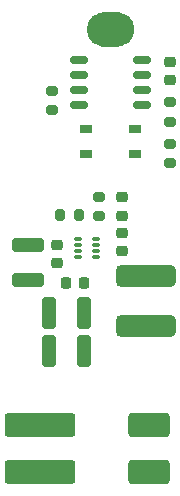
<source format=gbr>
G04 #@! TF.GenerationSoftware,KiCad,Pcbnew,8.0.8*
G04 #@! TF.CreationDate,2025-10-01T20:38:25-04:00*
G04 #@! TF.ProjectId,project-hw-2-18650,70726f6a-6563-4742-9d68-772d322d3138,rev?*
G04 #@! TF.SameCoordinates,Original*
G04 #@! TF.FileFunction,Soldermask,Top*
G04 #@! TF.FilePolarity,Negative*
%FSLAX46Y46*%
G04 Gerber Fmt 4.6, Leading zero omitted, Abs format (unit mm)*
G04 Created by KiCad (PCBNEW 8.0.8) date 2025-10-01 20:38:25*
%MOMM*%
%LPD*%
G01*
G04 APERTURE LIST*
G04 Aperture macros list*
%AMRoundRect*
0 Rectangle with rounded corners*
0 $1 Rounding radius*
0 $2 $3 $4 $5 $6 $7 $8 $9 X,Y pos of 4 corners*
0 Add a 4 corners polygon primitive as box body*
4,1,4,$2,$3,$4,$5,$6,$7,$8,$9,$2,$3,0*
0 Add four circle primitives for the rounded corners*
1,1,$1+$1,$2,$3*
1,1,$1+$1,$4,$5*
1,1,$1+$1,$6,$7*
1,1,$1+$1,$8,$9*
0 Add four rect primitives between the rounded corners*
20,1,$1+$1,$2,$3,$4,$5,0*
20,1,$1+$1,$4,$5,$6,$7,0*
20,1,$1+$1,$6,$7,$8,$9,0*
20,1,$1+$1,$8,$9,$2,$3,0*%
G04 Aperture macros list end*
%ADD10C,1.500000*%
%ADD11RoundRect,0.150000X0.625000X0.150000X-0.625000X0.150000X-0.625000X-0.150000X0.625000X-0.150000X0*%
%ADD12RoundRect,0.200000X-0.275000X0.200000X-0.275000X-0.200000X0.275000X-0.200000X0.275000X0.200000X0*%
%ADD13R,1.050000X0.650000*%
%ADD14RoundRect,0.225000X-0.250000X0.225000X-0.250000X-0.225000X0.250000X-0.225000X0.250000X0.225000X0*%
%ADD15RoundRect,0.050000X-0.285000X-0.100000X0.285000X-0.100000X0.285000X0.100000X-0.285000X0.100000X0*%
%ADD16RoundRect,0.200000X0.200000X0.275000X-0.200000X0.275000X-0.200000X-0.275000X0.200000X-0.275000X0*%
%ADD17RoundRect,0.475000X-2.075000X0.475000X-2.075000X-0.475000X2.075000X-0.475000X2.075000X0.475000X0*%
%ADD18RoundRect,0.250000X-1.500000X-0.750000X1.500000X-0.750000X1.500000X0.750000X-1.500000X0.750000X0*%
%ADD19RoundRect,0.250000X-2.750000X-0.750000X2.750000X-0.750000X2.750000X0.750000X-2.750000X0.750000X0*%
%ADD20RoundRect,0.250000X0.325000X1.100000X-0.325000X1.100000X-0.325000X-1.100000X0.325000X-1.100000X0*%
%ADD21RoundRect,0.225000X0.225000X0.250000X-0.225000X0.250000X-0.225000X-0.250000X0.225000X-0.250000X0*%
%ADD22RoundRect,0.225000X0.250000X-0.225000X0.250000X0.225000X-0.250000X0.225000X-0.250000X-0.225000X0*%
%ADD23RoundRect,0.250000X-1.100000X0.325000X-1.100000X-0.325000X1.100000X-0.325000X1.100000X0.325000X0*%
G04 APERTURE END LIST*
G36*
X28500000Y-17000000D02*
G01*
X29500000Y-17000000D01*
X29500000Y-20000000D01*
X28500000Y-20000000D01*
X28500000Y-17000000D01*
G37*
D10*
X30250000Y-18500000D02*
G75*
G02*
X28750000Y-18500000I-750000J0D01*
G01*
X28750000Y-18500000D02*
G75*
G02*
X30250000Y-18500000I750000J0D01*
G01*
X29250000Y-18500000D02*
G75*
G02*
X27750000Y-18500000I-750000J0D01*
G01*
X27750000Y-18500000D02*
G75*
G02*
X29250000Y-18500000I750000J0D01*
G01*
D11*
X31700000Y-24905000D03*
X31700000Y-23635000D03*
X31700000Y-22365000D03*
X31700000Y-21095000D03*
X26300000Y-21095000D03*
X26300000Y-22365000D03*
X26300000Y-23635000D03*
X26300000Y-24905000D03*
D12*
X34000000Y-24675000D03*
X34000000Y-26325000D03*
D13*
X31075000Y-29075000D03*
X26925000Y-29075000D03*
X31075000Y-26925000D03*
X26925000Y-26925000D03*
D12*
X24000000Y-25325000D03*
X24000000Y-23675000D03*
X34000000Y-28175000D03*
X34000000Y-29825000D03*
D14*
X34000000Y-21225000D03*
X34000000Y-22775000D03*
D12*
X28000000Y-34325000D03*
X28000000Y-32675000D03*
D15*
X27740000Y-36250000D03*
X27740000Y-36750000D03*
X27740000Y-37250000D03*
X27740000Y-37750000D03*
X26260000Y-37750000D03*
X26260000Y-37250000D03*
X26260000Y-36750000D03*
X26260000Y-36250000D03*
D16*
X26325000Y-34250000D03*
X24675000Y-34250000D03*
D17*
X32000000Y-39400000D03*
X32000000Y-43600000D03*
D18*
X32250000Y-56000000D03*
D19*
X23000000Y-56000000D03*
D18*
X32250000Y-52000000D03*
D19*
X23000000Y-52000000D03*
D14*
X30000000Y-37275000D03*
X30000000Y-35725000D03*
D20*
X23775000Y-42500000D03*
X26725000Y-42500000D03*
D21*
X25225000Y-40000000D03*
X26775000Y-40000000D03*
D20*
X23775000Y-45750000D03*
X26725000Y-45750000D03*
D22*
X30000000Y-32725000D03*
X30000000Y-34275000D03*
D14*
X24500000Y-36725000D03*
X24500000Y-38275000D03*
D23*
X22000000Y-39725000D03*
X22000000Y-36775000D03*
M02*

</source>
